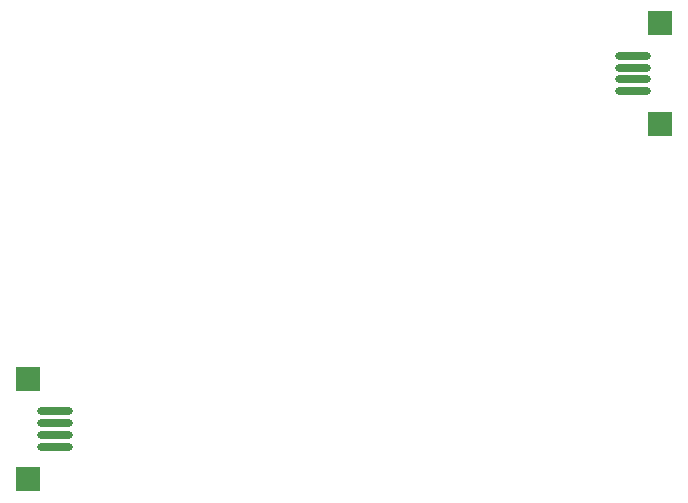
<source format=gbp>
G04 Layer_Color=128*
%FSLAX44Y44*%
%MOMM*%
G71*
G01*
G75*
%ADD31O,3.0000X0.7000*%
%ADD32R,2.0000X2.0000*%
D31*
X160836Y169362D02*
D03*
Y149362D02*
D03*
Y139362D02*
D03*
Y159362D02*
D03*
X650759Y440324D02*
D03*
X650759Y460323D02*
D03*
X650759Y470324D02*
D03*
X650759Y450324D02*
D03*
D32*
X138336Y196862D02*
D03*
Y111862D02*
D03*
X673259Y412824D02*
D03*
Y497824D02*
D03*
M02*

</source>
